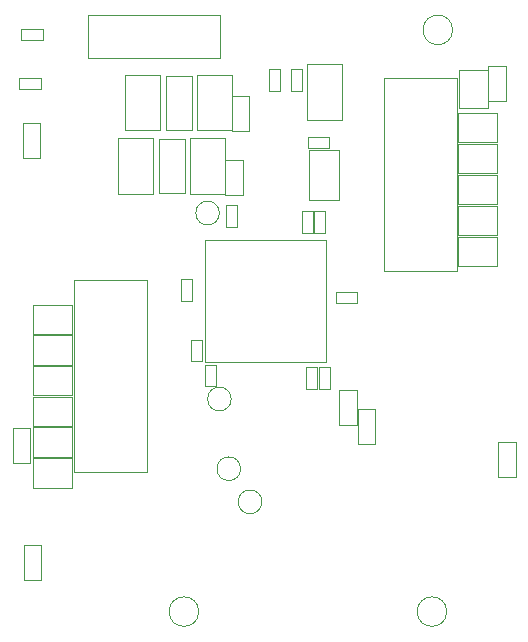
<source format=gbr>
%TF.GenerationSoftware,KiCad,Pcbnew,8.0.8-8.0.8-0~ubuntu22.04.1*%
%TF.CreationDate,2025-02-25T18:12:58-05:00*%
%TF.ProjectId,breakout-qfn,62726561-6b6f-4757-942d-71666e2e6b69,2.0*%
%TF.SameCoordinates,PX2b64660PY42c1d80*%
%TF.FileFunction,Other,User*%
%FSLAX46Y46*%
G04 Gerber Fmt 4.6, Leading zero omitted, Abs format (unit mm)*
G04 Created by KiCad (PCBNEW 8.0.8-8.0.8-0~ubuntu22.04.1) date 2025-02-25 18:12:58*
%MOMM*%
%LPD*%
G01*
G04 APERTURE LIST*
%ADD10C,0.050000*%
G04 APERTURE END LIST*
D10*
%TO.C,C5*%
X73840000Y-47790000D02*
X74760000Y-47790000D01*
X73840000Y-49610000D02*
X73840000Y-47790000D01*
X74760000Y-47790000D02*
X74760000Y-49610000D01*
X74760000Y-49610000D02*
X73840000Y-49610000D01*
%TO.C,C4*%
X65290000Y-47590000D02*
X66210000Y-47590000D01*
X65290000Y-49410000D02*
X65290000Y-47590000D01*
X66210000Y-47590000D02*
X66210000Y-49410000D01*
X66210000Y-49410000D02*
X65290000Y-49410000D01*
%TO.C,C8*%
X74940000Y-47790000D02*
X75860000Y-47790000D01*
X74940000Y-49610000D02*
X74940000Y-47790000D01*
X75860000Y-47790000D02*
X75860000Y-49610000D01*
X75860000Y-49610000D02*
X74940000Y-49610000D01*
%TO.C,C6*%
X73540000Y-34590000D02*
X74460000Y-34590000D01*
X73540000Y-36410000D02*
X73540000Y-34590000D01*
X74460000Y-34590000D02*
X74460000Y-36410000D01*
X74460000Y-36410000D02*
X73540000Y-36410000D01*
%TO.C,C10*%
X67040000Y-34090000D02*
X67960000Y-34090000D01*
X67040000Y-35910000D02*
X67040000Y-34090000D01*
X67960000Y-34090000D02*
X67960000Y-35910000D01*
X67960000Y-35910000D02*
X67040000Y-35910000D01*
%TO.C,C13*%
X76340000Y-41440000D02*
X78160000Y-41440000D01*
X76340000Y-42360000D02*
X76340000Y-41440000D01*
X78160000Y-41440000D02*
X78160000Y-42360000D01*
X78160000Y-42360000D02*
X76340000Y-42360000D01*
%TO.C,JP10*%
X86700000Y-28875000D02*
X86700000Y-31375000D01*
X86700000Y-28875000D02*
X90000000Y-28875000D01*
X90000000Y-31375000D02*
X86700000Y-31375000D01*
X90000000Y-31375000D02*
X90000000Y-28875000D01*
%TO.C,JP7*%
X86700000Y-36750000D02*
X86700000Y-39250000D01*
X86700000Y-36750000D02*
X90000000Y-36750000D01*
X90000000Y-39250000D02*
X86700000Y-39250000D01*
X90000000Y-39250000D02*
X90000000Y-36750000D01*
%TO.C,TP3*%
X58550000Y-23050000D02*
X61450000Y-23050000D01*
X58550000Y-27750000D02*
X58550000Y-23050000D01*
X61450000Y-23050000D02*
X61450000Y-27750000D01*
X61450000Y-27750000D02*
X58550000Y-27750000D01*
%TO.C,TP2*%
X64050000Y-28400000D02*
X66950000Y-28400000D01*
X64050000Y-33100000D02*
X64050000Y-28400000D01*
X66950000Y-28400000D02*
X66950000Y-33100000D01*
X66950000Y-33100000D02*
X64050000Y-33100000D01*
%TO.C,JP1*%
X50750000Y-42500000D02*
X50750000Y-45000000D01*
X50750000Y-42500000D02*
X54050000Y-42500000D01*
X54050000Y-45000000D02*
X50750000Y-45000000D01*
X54050000Y-45000000D02*
X54050000Y-42500000D01*
%TO.C,JP6*%
X50750000Y-55500000D02*
X50750000Y-58000000D01*
X50750000Y-55500000D02*
X54050000Y-55500000D01*
X54050000Y-58000000D02*
X50750000Y-58000000D01*
X54050000Y-58000000D02*
X54050000Y-55500000D01*
%TO.C,JP4*%
X50750000Y-50300000D02*
X50750000Y-52800000D01*
X50750000Y-50300000D02*
X54050000Y-50300000D01*
X54050000Y-52800000D02*
X50750000Y-52800000D01*
X54050000Y-52800000D02*
X54050000Y-50300000D01*
%TO.C,J3*%
X80450000Y-23330000D02*
X80450000Y-39630000D01*
X80450000Y-39630000D02*
X86600000Y-39630000D01*
X86600000Y-23330000D02*
X80450000Y-23330000D01*
X86600000Y-39630000D02*
X86600000Y-23330000D01*
%TO.C,C19*%
X76670000Y-49720000D02*
X78130000Y-49720000D01*
X76670000Y-52680000D02*
X76670000Y-49720000D01*
X78130000Y-49720000D02*
X78130000Y-52680000D01*
X78130000Y-52680000D02*
X76670000Y-52680000D01*
%TO.C,J2*%
X54190000Y-40410000D02*
X54190000Y-56710000D01*
X54190000Y-56710000D02*
X60340000Y-56710000D01*
X60340000Y-40410000D02*
X54190000Y-40410000D01*
X60340000Y-56710000D02*
X60340000Y-40410000D01*
%TO.C,C7*%
X74540000Y-34590000D02*
X75460000Y-34590000D01*
X74540000Y-36410000D02*
X74540000Y-34590000D01*
X75460000Y-34590000D02*
X75460000Y-36410000D01*
X75460000Y-36410000D02*
X74540000Y-36410000D01*
%TO.C,TP8*%
X70100000Y-59200000D02*
G75*
G02*
X68100000Y-59200000I-1000000J0D01*
G01*
X68100000Y-59200000D02*
G75*
G02*
X70100000Y-59200000I1000000J0D01*
G01*
%TO.C,R1*%
X49570000Y-23330000D02*
X51430000Y-23330000D01*
X49570000Y-24270000D02*
X49570000Y-23330000D01*
X51430000Y-23330000D02*
X51430000Y-24270000D01*
X51430000Y-24270000D02*
X49570000Y-24270000D01*
%TO.C,FID2*%
X86250000Y-19250000D02*
G75*
G02*
X83750000Y-19250000I-1250000J0D01*
G01*
X83750000Y-19250000D02*
G75*
G02*
X86250000Y-19250000I1250000J0D01*
G01*
%TO.C,JP9*%
X86700000Y-31500000D02*
X86700000Y-34000000D01*
X86700000Y-31500000D02*
X90000000Y-31500000D01*
X90000000Y-34000000D02*
X86700000Y-34000000D01*
X90000000Y-34000000D02*
X90000000Y-31500000D01*
%TO.C,C14*%
X49970000Y-62870000D02*
X51430000Y-62870000D01*
X49970000Y-65830000D02*
X49970000Y-62870000D01*
X51430000Y-62870000D02*
X51430000Y-65830000D01*
X51430000Y-65830000D02*
X49970000Y-65830000D01*
%TO.C,C2*%
X67020000Y-30270000D02*
X68480000Y-30270000D01*
X67020000Y-33230000D02*
X67020000Y-30270000D01*
X68480000Y-30270000D02*
X68480000Y-33230000D01*
X68480000Y-33230000D02*
X67020000Y-33230000D01*
%TO.C,U1*%
X65270000Y-37070000D02*
X65270000Y-47330000D01*
X65270000Y-47330000D02*
X75530000Y-47330000D01*
X75530000Y-37070000D02*
X65270000Y-37070000D01*
X75530000Y-47330000D02*
X75530000Y-37070000D01*
%TO.C,JP8*%
X86700000Y-34125000D02*
X86700000Y-36625000D01*
X86700000Y-34125000D02*
X90000000Y-34125000D01*
X90000000Y-36625000D02*
X86700000Y-36625000D01*
X90000000Y-36625000D02*
X90000000Y-34125000D01*
%TO.C,JP3*%
X50750000Y-47700000D02*
X50750000Y-50200000D01*
X50750000Y-47700000D02*
X54050000Y-47700000D01*
X54050000Y-50200000D02*
X50750000Y-50200000D01*
X54050000Y-50200000D02*
X54050000Y-47700000D01*
%TO.C,TP7*%
X68300000Y-56400000D02*
G75*
G02*
X66300000Y-56400000I-1000000J0D01*
G01*
X66300000Y-56400000D02*
G75*
G02*
X68300000Y-56400000I1000000J0D01*
G01*
%TO.C,JP5*%
X50750000Y-52900000D02*
X50750000Y-55400000D01*
X50750000Y-52900000D02*
X54050000Y-52900000D01*
X54050000Y-55400000D02*
X50750000Y-55400000D01*
X54050000Y-55400000D02*
X54050000Y-52900000D01*
%TO.C,U2*%
X74050000Y-29450000D02*
X76650000Y-29450000D01*
X74050000Y-33650000D02*
X74050000Y-29450000D01*
X74050000Y-33650000D02*
X76650000Y-33650000D01*
X76650000Y-33650000D02*
X76650000Y-29450000D01*
%TO.C,FID1*%
X64750000Y-68500000D02*
G75*
G02*
X62250000Y-68500000I-1250000J0D01*
G01*
X62250000Y-68500000D02*
G75*
G02*
X64750000Y-68500000I1250000J0D01*
G01*
%TO.C,R3*%
X61980000Y-23120000D02*
X64220000Y-23120000D01*
X61980000Y-27680000D02*
X61980000Y-23120000D01*
X64220000Y-23120000D02*
X64220000Y-27680000D01*
X64220000Y-27680000D02*
X61980000Y-27680000D01*
%TO.C,C11*%
X63240000Y-40340000D02*
X64160000Y-40340000D01*
X63240000Y-42160000D02*
X63240000Y-40340000D01*
X64160000Y-40340000D02*
X64160000Y-42160000D01*
X64160000Y-42160000D02*
X63240000Y-42160000D01*
%TO.C,JP11*%
X86700000Y-26250000D02*
X86700000Y-28750000D01*
X86700000Y-26250000D02*
X90000000Y-26250000D01*
X90000000Y-28750000D02*
X86700000Y-28750000D01*
X90000000Y-28750000D02*
X90000000Y-26250000D01*
%TO.C,C17*%
X49020000Y-52920000D02*
X50480000Y-52920000D01*
X49020000Y-55880000D02*
X49020000Y-52920000D01*
X50480000Y-52920000D02*
X50480000Y-55880000D01*
X50480000Y-55880000D02*
X49020000Y-55880000D01*
%TO.C,C12*%
X64140000Y-45490000D02*
X65060000Y-45490000D01*
X64140000Y-47310000D02*
X64140000Y-45490000D01*
X65060000Y-45490000D02*
X65060000Y-47310000D01*
X65060000Y-47310000D02*
X64140000Y-47310000D01*
%TO.C,C3*%
X67570000Y-24820000D02*
X69030000Y-24820000D01*
X67570000Y-27780000D02*
X67570000Y-24820000D01*
X69030000Y-24820000D02*
X69030000Y-27780000D01*
X69030000Y-27780000D02*
X67570000Y-27780000D01*
%TO.C,JP12*%
X86750000Y-25900000D02*
X86750000Y-22600000D01*
X86750000Y-25900000D02*
X89250000Y-25900000D01*
X89250000Y-22600000D02*
X86750000Y-22600000D01*
X89250000Y-22600000D02*
X89250000Y-25900000D01*
%TO.C,C16*%
X90120000Y-54170000D02*
X91580000Y-54170000D01*
X90120000Y-57130000D02*
X90120000Y-54170000D01*
X91580000Y-54170000D02*
X91580000Y-57130000D01*
X91580000Y-57130000D02*
X90120000Y-57130000D01*
%TO.C,TP6*%
X67500000Y-50500000D02*
G75*
G02*
X65500000Y-50500000I-1000000J0D01*
G01*
X65500000Y-50500000D02*
G75*
G02*
X67500000Y-50500000I1000000J0D01*
G01*
%TO.C,TP4*%
X57950000Y-28400000D02*
X60850000Y-28400000D01*
X57950000Y-33100000D02*
X57950000Y-28400000D01*
X60850000Y-28400000D02*
X60850000Y-33100000D01*
X60850000Y-33100000D02*
X57950000Y-33100000D01*
%TO.C,R4*%
X61380000Y-28470000D02*
X63620000Y-28470000D01*
X61380000Y-33030000D02*
X61380000Y-28470000D01*
X63620000Y-28470000D02*
X63620000Y-33030000D01*
X63620000Y-33030000D02*
X61380000Y-33030000D01*
%TO.C,TP5*%
X66500000Y-34750000D02*
G75*
G02*
X64500000Y-34750000I-1000000J0D01*
G01*
X64500000Y-34750000D02*
G75*
G02*
X66500000Y-34750000I1000000J0D01*
G01*
%TO.C,FID3*%
X85750000Y-68500000D02*
G75*
G02*
X83250000Y-68500000I-1250000J0D01*
G01*
X83250000Y-68500000D02*
G75*
G02*
X85750000Y-68500000I1250000J0D01*
G01*
%TO.C,J1*%
X55350000Y-18000000D02*
X55350000Y-21600000D01*
X55350000Y-21600000D02*
X66550000Y-21600000D01*
X66550000Y-18000000D02*
X55350000Y-18000000D01*
X66550000Y-21600000D02*
X66550000Y-18000000D01*
%TO.C,C1*%
X89270000Y-22270000D02*
X90730000Y-22270000D01*
X89270000Y-25230000D02*
X89270000Y-22270000D01*
X90730000Y-22270000D02*
X90730000Y-25230000D01*
X90730000Y-25230000D02*
X89270000Y-25230000D01*
%TO.C,JP2*%
X50750000Y-45100000D02*
X50750000Y-47600000D01*
X50750000Y-45100000D02*
X54050000Y-45100000D01*
X54050000Y-47600000D02*
X50750000Y-47600000D01*
X54050000Y-47600000D02*
X54050000Y-45100000D01*
%TO.C,R2*%
X49670000Y-19130000D02*
X51530000Y-19130000D01*
X49670000Y-20070000D02*
X49670000Y-19130000D01*
X51530000Y-19130000D02*
X51530000Y-20070000D01*
X51530000Y-20070000D02*
X49670000Y-20070000D01*
%TO.C,R7*%
X72530000Y-22570000D02*
X73470000Y-22570000D01*
X72530000Y-24430000D02*
X72530000Y-22570000D01*
X73470000Y-22570000D02*
X73470000Y-24430000D01*
X73470000Y-24430000D02*
X72530000Y-24430000D01*
%TO.C,R6*%
X70680000Y-22560000D02*
X71620000Y-22560000D01*
X70680000Y-24420000D02*
X70680000Y-22560000D01*
X71620000Y-22560000D02*
X71620000Y-24420000D01*
X71620000Y-24420000D02*
X70680000Y-24420000D01*
%TO.C,TP9*%
X73950000Y-22150000D02*
X76850000Y-22150000D01*
X73950000Y-26850000D02*
X73950000Y-22150000D01*
X76850000Y-22150000D02*
X76850000Y-26850000D01*
X76850000Y-26850000D02*
X73950000Y-26850000D01*
%TO.C,C15*%
X49870000Y-27095000D02*
X51330000Y-27095000D01*
X49870000Y-30055000D02*
X49870000Y-27095000D01*
X51330000Y-27095000D02*
X51330000Y-30055000D01*
X51330000Y-30055000D02*
X49870000Y-30055000D01*
%TO.C,C9*%
X73990000Y-28340000D02*
X75810000Y-28340000D01*
X73990000Y-29260000D02*
X73990000Y-28340000D01*
X75810000Y-28340000D02*
X75810000Y-29260000D01*
X75810000Y-29260000D02*
X73990000Y-29260000D01*
%TO.C,TP1*%
X64650000Y-23050000D02*
X67550000Y-23050000D01*
X64650000Y-27750000D02*
X64650000Y-23050000D01*
X67550000Y-23050000D02*
X67550000Y-27750000D01*
X67550000Y-27750000D02*
X64650000Y-27750000D01*
%TO.C,C18*%
X78220000Y-51370000D02*
X79680000Y-51370000D01*
X78220000Y-54330000D02*
X78220000Y-51370000D01*
X79680000Y-51370000D02*
X79680000Y-54330000D01*
X79680000Y-54330000D02*
X78220000Y-54330000D01*
%TD*%
M02*

</source>
